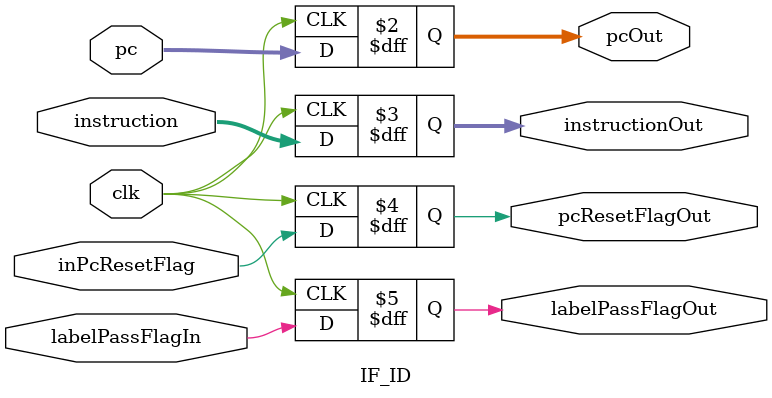
<source format=sv>
module IF_ID(

input clk,
input [7:0] pc,
input [7:0] instruction,
input inPcResetFlag,
input labelPassFlagIn,

//output clkOut,
output [7:0] pcOut,
output [7:0] instructionOut,
output pcResetFlagOut,
output labelPassFlagOut

);

always @ (posedge clk)
begin

//clkOut <= clk;
pcOut <= pc;
instructionOut <= instruction;
pcResetFlagOut <= inPcResetFlag;
labelPassFlagOut <= labelPassFlagIn;

end


endmodule
</source>
